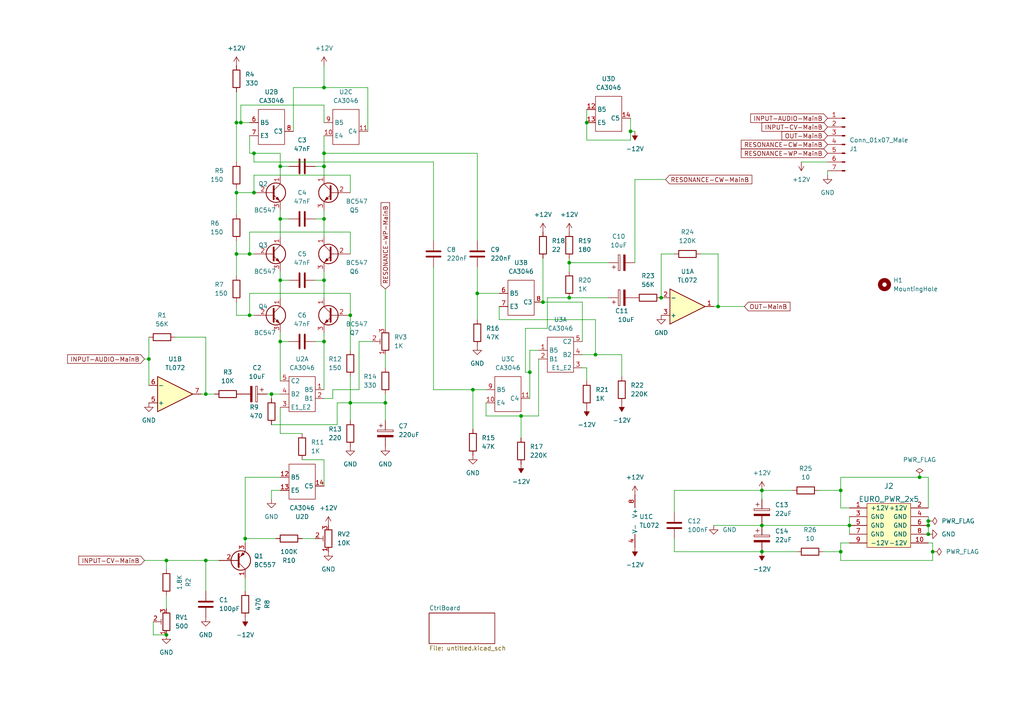
<source format=kicad_sch>
(kicad_sch (version 20211123) (generator eeschema)
  (paper "A4")
  (title_block (title "Moog-Filter Yusynth") (date "2023-03-19"))
  (lib_symbols
    (symbol "Amplifier_Operational:TL072" (pin_names (offset 0.127))
      (property "Reference" "U" (at 0 5.08 0))
      (property "Value" "TL072" (at 0 -5.08 0))
      (symbol "TL072_1_1"
        (polyline (pts (xy -5.08 5.08) (xy 5.08 0) (xy -5.08 -5.08) (xy -5.08 5.08)) (stroke (width 0.254)) (fill (type background)))
        (pin output line (at 7.62 0 180) (length 2.54) (name "~") (number "1"))
        (pin input line (at -7.62 -2.54 0) (length 2.54) (name "-") (number "2"))
        (pin input line (at -7.62 2.54 0) (length 2.54) (name "+") (number "3"))
      )
      (symbol "TL072_2_1"
        (polyline (pts (xy -5.08 5.08) (xy 5.08 0) (xy -5.08 -5.08) (xy -5.08 5.08)) (stroke (width 0.254)) (fill (type background)))
        (pin input line (at -7.62 2.54 0) (length 2.54) (name "+") (number "5"))
        (pin input line (at -7.62 -2.54 0) (length 2.54) (name "-") (number "6"))
        (pin output line (at 7.62 0 180) (length 2.54) (name "~") (number "7"))
      )
      (symbol "TL072_3_1"
        (pin power_in line (at -2.54 -7.62 90) (length 3.81) (name "V-") (number "4"))
        (pin power_in line (at -2.54 7.62 270) (length 3.81) (name "V+") (number "8"))
      )
    )
    (symbol "Connector:Conn_01x07_Male" (pin_names (offset 1.016) hide)
      (property "Reference" "J" (at 0 10.16 0))
      (property "Value" "Conn_01x07_Male" (at 0 -10.16 0))
      (symbol "Conn_01x07_Male_1_1"
        (polyline (pts (xy 1.27 -7.62) (xy 0.8636 -7.62)) (stroke (width 0.1524)))
        (polyline (pts (xy 1.27 -5.08) (xy 0.8636 -5.08)) (stroke (width 0.1524)))
        (polyline (pts (xy 1.27 -2.54) (xy 0.8636 -2.54)) (stroke (width 0.1524)))
        (polyline (pts (xy 1.27 0) (xy 0.8636 0)) (stroke (width 0.1524)))
        (polyline (pts (xy 1.27 2.54) (xy 0.8636 2.54)) (stroke (width 0.1524)))
        (polyline (pts (xy 1.27 5.08) (xy 0.8636 5.08)) (stroke (width 0.1524)))
        (polyline (pts (xy 1.27 7.62) (xy 0.8636 7.62)) (stroke (width 0.1524)))
        (rectangle (start 0.8636 -7.493) (end 0 -7.747) (stroke (width 0.1524)) (fill (type outline)))
        (rectangle (start 0.8636 -4.953) (end 0 -5.207) (stroke (width 0.1524)) (fill (type outline)))
        (rectangle (start 0.8636 -2.413) (end 0 -2.667) (stroke (width 0.1524)) (fill (type outline)))
        (rectangle (start 0.8636 0.127) (end 0 -0.127) (stroke (width 0.1524)) (fill (type outline)))
        (rectangle (start 0.8636 2.667) (end 0 2.413) (stroke (width 0.1524)) (fill (type outline)))
        (rectangle (start 0.8636 5.207) (end 0 4.953) (stroke (width 0.1524)) (fill (type outline)))
        (rectangle (start 0.8636 7.747) (end 0 7.493) (stroke (width 0.1524)) (fill (type outline)))
        (pin passive line (at 5.08 7.62 180) (length 3.81) (name "Pin_1") (number "1"))
        (pin passive line (at 5.08 5.08 180) (length 3.81) (name "Pin_2") (number "2"))
        (pin passive line (at 5.08 2.54 180) (length 3.81) (name "Pin_3") (number "3"))
        (pin passive line (at 5.08 0 180) (length 3.81) (name "Pin_4") (number "4"))
        (pin passive line (at 5.08 -2.54 180) (length 3.81) (name "Pin_5") (number "5"))
        (pin passive line (at 5.08 -5.08 180) (length 3.81) (name "Pin_6") (number "6"))
        (pin passive line (at 5.08 -7.62 180) (length 3.81) (name "Pin_7") (number "7"))
      )
    )
    (symbol "Device:C" (pin_numbers hide) (pin_names (offset 0.254))
      (property "Reference" "C" (at 0.635 2.54 0))
      (property "Value" "C" (at 0.635 -2.54 0))
      (symbol "C_0_1"
        (polyline (pts (xy -2.032 -0.762) (xy 2.032 -0.762)) (stroke (width 0.508)))
        (polyline (pts (xy -2.032 0.762) (xy 2.032 0.762)) (stroke (width 0.508)))
      )
      (symbol "C_1_1"
        (pin passive line (at 0 3.81 270) (length 2.794) (name "~") (number "1"))
        (pin passive line (at 0 -3.81 90) (length 2.794) (name "~") (number "2"))
      )
    )
    (symbol "Device:C_Polarized" (pin_numbers hide) (pin_names (offset 0.254))
      (property "Reference" "C" (at 0.635 2.54 0))
      (property "Value" "C_Polarized" (at 0.635 -2.54 0))
      (symbol "C_Polarized_0_1"
        (rectangle (start -2.286 0.508) (end 2.286 1.016))
        (polyline (pts (xy -1.778 2.286) (xy -0.762 2.286)))
        (polyline (pts (xy -1.27 2.794) (xy -1.27 1.778)))
        (rectangle (start 2.286 -0.508) (end -2.286 -1.016) (fill (type outline)))
      )
      (symbol "C_Polarized_1_1"
        (pin passive line (at 0 3.81 270) (length 2.794) (name "~") (number "1"))
        (pin passive line (at 0 -3.81 90) (length 2.794) (name "~") (number "2"))
      )
    )
    (symbol "Device:R" (pin_numbers hide) (pin_names (offset 0))
      (property "Reference" "R" (at 2.032 0 90))
      (property "Value" "R" (at 0 0 90))
      (symbol "R_0_1"
        (rectangle (start -1.016 -2.54) (end 1.016 2.54) (stroke (width 0.254)))
      )
      (symbol "R_1_1"
        (pin passive line (at 0 3.81 270) (length 1.27) (name "~") (number "1"))
        (pin passive line (at 0 -3.81 90) (length 1.27) (name "~") (number "2"))
      )
    )
    (symbol "Device:R_Potentiometer_Trim" (pin_names (offset 1.016) hide)
      (property "Reference" "RV" (at -4.445 0 90))
      (property "Value" "R_Potentiometer_Trim" (at -2.54 0 90))
      (symbol "R_Potentiometer_Trim_0_1"
        (polyline (pts (xy 1.524 0.762) (xy 1.524 -0.762)))
        (polyline (pts (xy 2.54 0) (xy 1.524 0)))
        (rectangle (start 1.016 2.54) (end -1.016 -2.54) (stroke (width 0.254)))
      )
      (symbol "R_Potentiometer_Trim_1_1"
        (pin passive line (at 0 3.81 270) (length 1.27) (name "1") (number "1"))
        (pin passive line (at 3.81 0 180) (length 1.27) (name "2") (number "2"))
        (pin passive line (at 0 -3.81 90) (length 1.27) (name "3") (number "3"))
      )
    )
    (symbol "Mechanical:MountingHole" (pin_names (offset 1.016))
      (property "Reference" "H" (at 0 5.08 0))
      (property "Value" "MountingHole" (at 0 3.175 0))
      (symbol "MountingHole_0_1"
        (circle (center 0 0) (radius 1.27) (stroke (width 1.27)))
      )
    )
    (symbol "Transistor_Array:CA3046"
      (property "Reference" "U" (at 0 10.16 0))
      (property "Value" "CA3046" (at 0 7.62 0))
      (symbol "CA3046_0_1"
        (rectangle (start -3.81 5.08) (end 3.81 -5.08))
      )
      (symbol "CA3046_1_1"
        (pin passive line (at -6.35 1.27 0) (length 2.54) (name "B5") (number "1"))
        (pin passive line (at -6.35 -1.27 0) (length 2.54) (name "B1") (number "2"))
        (pin passive line (at 6.35 -3.81 180) (length 2.54) (name "E1_E2") (number "3"))
        (pin passive line (at 6.35 0 180) (length 2.54) (name "B2") (number "4"))
        (pin passive line (at 6.35 3.81 180) (length 2.54) (name "C2") (number "5"))
      )
      (symbol "CA3046_2_1"
        (pin passive line (at -6.35 1.27 0) (length 2.54) (name "B5") (number "6"))
        (pin passive line (at -6.35 -2.54 0) (length 2.54) (name "E3") (number "7"))
        (pin passive line (at 6.35 -1.27 180) (length 2.54) (name "C3") (number "8"))
      )
      (symbol "CA3046_3_1"
        (pin passive line (at -6.35 -2.54 0) (length 2.54) (name "E4") (number "10"))
        (pin passive line (at 6.35 -1.27 180) (length 2.54) (name "C4") (number "11"))
        (pin passive line (at -6.35 1.27 0) (length 2.54) (name "B5") (number "9"))
      )
      (symbol "CA3046_4_1"
        (pin passive line (at -6.35 1.27 0) (length 2.54) (name "B5") (number "12"))
        (pin passive line (at -6.35 -2.54 0) (length 2.54) (name "E5") (number "13"))
        (pin passive line (at 6.35 -1.27 180) (length 2.54) (name "C5") (number "14"))
      )
    )
    (symbol "Transistor_BJT:BC547" (pin_names (offset 0) hide)
      (property "Reference" "Q" (at 5.08 1.905 0))
      (property "Value" "BC547" (at 5.08 0 0))
      (symbol "BC547_0_1"
        (polyline (pts (xy 0 0) (xy 0.635 0)))
        (polyline (pts (xy 0.635 0.635) (xy 2.54 2.54)))
        (polyline (pts (xy 0.635 -0.635) (xy 2.54 -2.54) (xy 2.54 -2.54)))
        (polyline (pts (xy 0.635 1.905) (xy 0.635 -1.905) (xy 0.635 -1.905)) (stroke (width 0.508)))
        (polyline (pts (xy 1.27 -1.778) (xy 1.778 -1.27) (xy 2.286 -2.286) (xy 1.27 -1.778) (xy 1.27 -1.778)) (fill (type outline)))
        (circle (center 1.27 0) (radius 2.8194) (stroke (width 0.254)))
      )
      (symbol "BC547_1_1"
        (pin passive line (at 2.54 5.08 270) (length 2.54) (name "C") (number "1"))
        (pin input line (at -5.08 0 0) (length 5.08) (name "B") (number "2"))
        (pin passive line (at 2.54 -5.08 90) (length 2.54) (name "E") (number "3"))
      )
    )
    (symbol "Transistor_BJT:BC557" (pin_names (offset 0) hide)
      (property "Reference" "Q" (at 5.08 1.905 0))
      (property "Value" "BC557" (at 5.08 0 0))
      (symbol "BC557_0_1"
        (polyline (pts (xy 0.635 0.635) (xy 2.54 2.54)))
        (polyline (pts (xy 0.635 -0.635) (xy 2.54 -2.54) (xy 2.54 -2.54)))
        (polyline (pts (xy 0.635 1.905) (xy 0.635 -1.905) (xy 0.635 -1.905)) (stroke (width 0.508)))
        (polyline (pts (xy 2.286 -1.778) (xy 1.778 -2.286) (xy 1.27 -1.27) (xy 2.286 -1.778) (xy 2.286 -1.778)) (fill (type outline)))
        (circle (center 1.27 0) (radius 2.8194) (stroke (width 0.254)))
      )
      (symbol "BC557_1_1"
        (pin passive line (at 2.54 5.08 270) (length 2.54) (name "C") (number "1"))
        (pin input line (at -5.08 0 0) (length 5.715) (name "B") (number "2"))
        (pin passive line (at 2.54 -5.08 90) (length 2.54) (name "E") (number "3"))
      )
    )
    (symbol "eurorack:EURO_PWR_2x5" (pin_names (offset 1.016))
      (property "Reference" "J" (at 0 -7.62 0))
      (property "Value" "EURO_PWR_2x5" (at 0 7.62 0))
      (symbol "EURO_PWR_2x5_0_1"
        (rectangle (start -6.35 6.35) (end 6.35 -6.35) (fill (type background)))
      )
      (symbol "EURO_PWR_2x5_1_1"
        (pin power_in line (at -11.43 5.08 0) (length 5.08) (name "+12V") (number "1"))
        (pin power_in line (at 11.43 -5.08 180) (length 5.08) (name "-12V") (number "10"))
        (pin power_in line (at 11.43 5.08 180) (length 5.08) (name "+12V") (number "2"))
        (pin power_in line (at -11.43 2.54 0) (length 5.08) (name "GND") (number "3"))
        (pin power_in line (at 11.43 2.54 180) (length 5.08) (name "GND") (number "4"))
        (pin power_in line (at -11.43 0 0) (length 5.08) (name "GND") (number "5"))
        (pin power_in line (at 11.43 0 180) (length 5.08) (name "GND") (number "6"))
        (pin power_in line (at -11.43 -2.54 0) (length 5.08) (name "GND") (number "7"))
        (pin power_in line (at 11.43 -2.54 180) (length 5.08) (name "GND") (number "8"))
        (pin power_in line (at -11.43 -5.08 0) (length 5.08) (name "-12V") (number "9"))
      )
    )
    (symbol "power:+12V" (power) (pin_names (offset 0))
      (property "Value" "+12V" (at 0 3.556 0))
      (symbol "+12V_0_1"
        (polyline (pts (xy -0.762 1.27) (xy 0 2.54)))
        (polyline (pts (xy 0 0) (xy 0 2.54)))
        (polyline (pts (xy 0 2.54) (xy 0.762 1.27)))
      )
      (symbol "+12V_1_1"
        (pin power_in line (at 0 0 90) (length 0) hide (name "+12V") (number "1"))
      )
    )
    (symbol "power:-12V" (power) (pin_names (offset 0))
      (property "Value" "-12V" (at 0 3.81 0))
      (symbol "-12V_0_0"
        (pin power_in line (at 0 0 90) (length 0) hide (name "-12V") (number "1"))
      )
      (symbol "-12V_0_1"
        (polyline (pts (xy 0 0) (xy 0 1.27) (xy 0.762 1.27) (xy 0 2.54) (xy -0.762 1.27) (xy 0 1.27)) (fill (type outline)))
      )
    )
    (symbol "power:GND" (power) (pin_names (offset 0))
      (property "Value" "GND" (at 0 -3.81 0))
      (symbol "GND_0_1"
        (polyline (pts (xy 0 0) (xy 0 -1.27) (xy 1.27 -1.27) (xy 0 -2.54) (xy -1.27 -1.27) (xy 0 -1.27)))
      )
      (symbol "GND_1_1"
        (pin power_in line (at 0 0 270) (length 0) hide (name "GND") (number "1"))
      )
    )
    (symbol "power:PWR_FLAG" (power) (pin_numbers hide) (pin_names (offset 0) hide)
      (property "Value" "PWR_FLAG" (at 0 3.81 0))
      (symbol "PWR_FLAG_0_0"
        (pin power_out line (at 0 0 90) (length 0) (name "pwr") (number "1"))
      )
      (symbol "PWR_FLAG_0_1"
        (polyline (pts (xy 0 0) (xy 0 1.27) (xy -1.016 1.905) (xy 0 2.54) (xy 1.016 1.905) (xy 0 1.27)))
      )
    )
  )
  (junction (at 220.98 160.02))
  (junction (at 48.26 184.15))
  (junction (at 93.98 63.5))
  (junction (at 93.98 48.26))
  (junction (at 243.84 160.02))
  (junction (at 208.28 88.9))
  (junction (at 59.69 114.3))
  (junction (at 157.48 87.63))
  (junction (at 243.84 142.24))
  (junction (at 69.85 35.56))
  (junction (at 246.38 152.4))
  (junction (at 93.98 25.4))
  (junction (at 269.24 151.13))
  (junction (at 68.58 55.88))
  (junction (at 165.1 86.36))
  (junction (at 151.13 120.65))
  (junction (at 269.24 152.4))
  (junction (at 72.39 91.44))
  (junction (at 182.88 38.1))
  (junction (at 170.18 35.56))
  (junction (at 172.72 102.87))
  (junction (at 48.26 162.56))
  (junction (at 220.98 142.24))
  (junction (at 81.28 81.28))
  (junction (at 165.1 76.2))
  (junction (at 93.98 44.45))
  (junction (at 43.18 104.14))
  (junction (at 153.67 107.95))
  (junction (at 71.12 156.21))
  (junction (at 81.28 99.06))
  (junction (at 81.28 48.26))
  (junction (at 73.66 55.88))
  (junction (at 59.69 162.56))
  (junction (at 101.6 91.44))
  (junction (at 93.98 99.06))
  (junction (at 93.98 81.28))
  (junction (at 269.24 154.94))
  (junction (at 68.58 35.56))
  (junction (at 137.16 113.03))
  (junction (at 270.51 160.02))
  (junction (at 81.28 63.5))
  (junction (at 266.7 138.43))
  (junction (at 72.39 73.66))
  (junction (at 138.43 85.09))
  (junction (at 191.77 86.36))
  (junction (at 111.76 116.84))
  (junction (at 73.66 44.45))
  (junction (at 220.98 152.4))
  (junction (at 78.74 114.3))
  (junction (at 101.6 116.84))
  (junction (at 68.58 73.66))
  (wire (pts (xy 269.24 138.43) (xy 269.24 147.32)))
  (wire (pts (xy 93.98 99.06) (xy 93.98 113.03)))
  (wire (pts (xy 269.24 157.48) (xy 270.51 157.48)))
  (wire (pts (xy 72.39 85.09) (xy 101.6 85.09)))
  (wire (pts (xy 125.73 113.03) (xy 137.16 113.03)))
  (wire (pts (xy 269.24 149.86) (xy 269.24 151.13)))
  (wire (pts (xy 165.1 86.36) (xy 176.53 86.36)))
  (wire (pts (xy 153.67 101.6) (xy 153.67 107.95)))
  (wire (pts (xy 111.76 102.87) (xy 111.76 106.68)))
  (wire (pts (xy 101.6 91.44) (xy 101.6 101.6)))
  (wire (pts (xy 73.66 50.8) (xy 73.66 55.88)))
  (wire (pts (xy 73.66 50.8) (xy 101.6 50.8)))
  (wire (pts (xy 68.58 35.56) (xy 68.58 46.99)))
  (wire (pts (xy 107.95 99.06) (xy 104.14 99.06)))
  (wire (pts (xy 93.98 60.96) (xy 93.98 63.5)))
  (wire (pts (xy 207.01 152.4) (xy 220.98 152.4)))
  (wire (pts (xy 111.76 114.3) (xy 111.76 116.84)))
  (wire (pts (xy 156.21 120.65) (xy 151.13 120.65)))
  (wire (pts (xy 68.58 73.66) (xy 68.58 80.01)))
  (wire (pts (xy 81.28 142.24) (xy 78.74 142.24)))
  (wire (pts (xy 246.38 157.48) (xy 243.84 157.48)))
  (wire (pts (xy 71.12 156.21) (xy 71.12 157.48)))
  (wire (pts (xy 81.28 63.5) (xy 81.28 68.58)))
  (wire (pts (xy 101.6 85.09) (xy 101.6 91.44)))
  (wire (pts (xy 48.26 172.72) (xy 48.26 176.53)))
  (wire (pts (xy 93.98 25.4) (xy 106.68 25.4)))
  (wire (pts (xy 240.03 49.53) (xy 240.03 50.8)))
  (wire (pts (xy 93.98 44.45) (xy 138.43 44.45)))
  (wire (pts (xy 44.45 180.34) (xy 44.45 184.15)))
  (wire (pts (xy 81.28 63.5) (xy 83.82 63.5)))
  (wire (pts (xy 93.98 81.28) (xy 93.98 86.36)))
  (wire (pts (xy 165.1 86.36) (xy 158.75 86.36)))
  (wire (pts (xy 193.04 52.07) (xy 184.15 52.07)))
  (wire (pts (xy 68.58 35.56) (xy 69.85 35.56)))
  (wire (pts (xy 93.98 133.35) (xy 93.98 140.97)))
  (wire (pts (xy 77.47 114.3) (xy 78.74 114.3)))
  (wire (pts (xy 81.28 81.28) (xy 83.82 81.28)))
  (wire (pts (xy 93.98 115.57) (xy 96.52 115.57)))
  (wire (pts (xy 106.68 25.4) (xy 106.68 38.1)))
  (wire (pts (xy 81.28 81.28) (xy 81.28 86.36)))
  (wire (pts (xy 69.85 30.48) (xy 93.98 30.48)))
  (wire (pts (xy 125.73 46.99) (xy 73.66 46.99)))
  (wire (pts (xy 246.38 149.86) (xy 246.38 152.4)))
  (wire (pts (xy 101.6 55.88) (xy 101.6 50.8)))
  (wire (pts (xy 156.21 101.6) (xy 153.67 101.6)))
  (wire (pts (xy 81.28 96.52) (xy 81.28 99.06)))
  (wire (pts (xy 168.91 99.06) (xy 168.91 87.63)))
  (wire (pts (xy 220.98 160.02) (xy 231.14 160.02)))
  (wire (pts (xy 243.84 160.02) (xy 243.84 162.56)))
  (wire (pts (xy 72.39 39.37) (xy 72.39 44.45)))
  (wire (pts (xy 68.58 69.85) (xy 68.58 73.66)))
  (wire (pts (xy 138.43 44.45) (xy 138.43 69.85)))
  (wire (pts (xy 93.98 48.26) (xy 93.98 50.8)))
  (wire (pts (xy 172.72 102.87) (xy 172.72 92.71)))
  (wire (pts (xy 180.34 102.87) (xy 172.72 102.87)))
  (wire (pts (xy 78.74 142.24) (xy 78.74 144.78)))
  (wire (pts (xy 93.98 39.37) (xy 93.98 44.45)))
  (wire (pts (xy 59.69 162.56) (xy 63.5 162.56)))
  (wire (pts (xy 152.4 95.25) (xy 152.4 107.95)))
  (wire (pts (xy 182.88 40.64) (xy 170.18 40.64)))
  (wire (pts (xy 270.51 160.02) (xy 270.51 157.48)))
  (wire (pts (xy 73.66 55.88) (xy 68.58 55.88)))
  (wire (pts (xy 81.28 44.45) (xy 81.28 48.26)))
  (wire (pts (xy 81.28 99.06) (xy 83.82 99.06)))
  (wire (pts (xy 104.14 99.06) (xy 104.14 113.03)))
  (wire (pts (xy 68.58 87.63) (xy 68.58 91.44)))
  (wire (pts (xy 81.28 48.26) (xy 83.82 48.26)))
  (wire (pts (xy 91.44 81.28) (xy 93.98 81.28)))
  (wire (pts (xy 152.4 107.95) (xy 153.67 107.95)))
  (wire (pts (xy 87.63 133.35) (xy 93.98 133.35)))
  (wire (pts (xy 246.38 147.32) (xy 243.84 147.32)))
  (wire (pts (xy 182.88 34.29) (xy 182.88 38.1)))
  (wire (pts (xy 93.98 19.05) (xy 93.98 25.4)))
  (wire (pts (xy 182.88 38.1) (xy 182.88 40.64)))
  (wire (pts (xy 170.18 31.75) (xy 170.18 35.56)))
  (wire (pts (xy 85.09 25.4) (xy 85.09 38.1)))
  (wire (pts (xy 72.39 91.44) (xy 72.39 85.09)))
  (wire (pts (xy 41.91 162.56) (xy 48.26 162.56)))
  (wire (pts (xy 151.13 127) (xy 151.13 120.65)))
  (wire (pts (xy 153.67 107.95) (xy 153.67 115.57)))
  (wire (pts (xy 81.28 50.8) (xy 81.28 48.26)))
  (wire (pts (xy 50.8 97.79) (xy 59.69 97.79)))
  (wire (pts (xy 101.6 109.22) (xy 101.6 116.84)))
  (wire (pts (xy 81.28 99.06) (xy 81.28 110.49)))
  (wire (pts (xy 81.28 60.96) (xy 81.28 63.5)))
  (wire (pts (xy 243.84 162.56) (xy 270.51 162.56)))
  (wire (pts (xy 170.18 106.68) (xy 170.18 110.49)))
  (wire (pts (xy 269.24 151.13) (xy 269.24 152.4)))
  (wire (pts (xy 59.69 97.79) (xy 59.69 114.3)))
  (wire (pts (xy 101.6 67.31) (xy 72.39 67.31)))
  (wire (pts (xy 93.98 63.5) (xy 93.98 68.58)))
  (wire (pts (xy 93.98 78.74) (xy 93.98 81.28)))
  (wire (pts (xy 232.41 46.99) (xy 240.03 46.99)))
  (wire (pts (xy 48.26 162.56) (xy 59.69 162.56)))
  (wire (pts (xy 137.16 113.03) (xy 137.16 124.46)))
  (wire (pts (xy 270.51 162.56) (xy 270.51 160.02)))
  (wire (pts (xy 195.58 156.21) (xy 195.58 160.02)))
  (wire (pts (xy 71.12 138.43) (xy 71.12 156.21)))
  (wire (pts (xy 91.44 99.06) (xy 93.98 99.06)))
  (wire (pts (xy 101.6 116.84) (xy 111.76 116.84)))
  (wire (pts (xy 238.76 160.02) (xy 243.84 160.02)))
  (wire (pts (xy 266.7 138.43) (xy 269.24 138.43)))
  (wire (pts (xy 165.1 76.2) (xy 165.1 78.74)))
  (wire (pts (xy 237.49 142.24) (xy 243.84 142.24)))
  (wire (pts (xy 140.97 113.03) (xy 137.16 113.03)))
  (wire (pts (xy 93.98 44.45) (xy 93.98 48.26)))
  (wire (pts (xy 93.98 30.48) (xy 93.98 35.56)))
  (wire (pts (xy 69.85 30.48) (xy 69.85 35.56)))
  (wire (pts (xy 140.97 116.84) (xy 140.97 120.65)))
  (wire (pts (xy 195.58 160.02) (xy 220.98 160.02)))
  (wire (pts (xy 43.18 104.14) (xy 41.91 104.14)))
  (wire (pts (xy 165.1 76.2) (xy 176.53 76.2)))
  (wire (pts (xy 91.44 48.26) (xy 93.98 48.26)))
  (wire (pts (xy 168.91 87.63) (xy 157.48 87.63)))
  (wire (pts (xy 69.85 35.56) (xy 72.39 35.56)))
  (wire (pts (xy 71.12 156.21) (xy 80.01 156.21)))
  (wire (pts (xy 269.24 152.4) (xy 269.24 154.94)))
  (wire (pts (xy 81.28 78.74) (xy 81.28 81.28)))
  (wire (pts (xy 43.18 97.79) (xy 43.18 104.14)))
  (wire (pts (xy 182.88 38.1) (xy 184.15 38.1)))
  (wire (pts (xy 243.84 138.43) (xy 266.7 138.43)))
  (wire (pts (xy 158.75 95.25) (xy 152.4 95.25)))
  (wire (pts (xy 125.73 69.85) (xy 125.73 46.99)))
  (wire (pts (xy 180.34 109.22) (xy 180.34 102.87)))
  (wire (pts (xy 195.58 73.66) (xy 191.77 73.66)))
  (wire (pts (xy 220.98 144.78) (xy 220.98 142.24)))
  (wire (pts (xy 195.58 142.24) (xy 220.98 142.24)))
  (wire (pts (xy 72.39 73.66) (xy 73.66 73.66)))
  (wire (pts (xy 59.69 114.3) (xy 62.23 114.3)))
  (wire (pts (xy 68.58 54.61) (xy 68.58 55.88)))
  (wire (pts (xy 91.44 63.5) (xy 93.98 63.5)))
  (wire (pts (xy 81.28 138.43) (xy 71.12 138.43)))
  (wire (pts (xy 44.45 184.15) (xy 48.26 184.15)))
  (wire (pts (xy 81.28 125.73) (xy 87.63 125.73)))
  (wire (pts (xy 168.91 106.68) (xy 170.18 106.68)))
  (wire (pts (xy 195.58 148.59) (xy 195.58 142.24)))
  (wire (pts (xy 208.28 88.9) (xy 207.01 88.9)))
  (wire (pts (xy 73.66 46.99) (xy 73.66 44.45)))
  (wire (pts (xy 170.18 35.56) (xy 170.18 40.64)))
  (wire (pts (xy 191.77 73.66) (xy 191.77 86.36)))
  (wire (pts (xy 73.66 44.45) (xy 81.28 44.45)))
  (wire (pts (xy 246.38 152.4) (xy 246.38 154.94)))
  (wire (pts (xy 71.12 167.64) (xy 71.12 171.45)))
  (wire (pts (xy 172.72 92.71) (xy 144.78 92.71)))
  (wire (pts (xy 158.75 86.36) (xy 158.75 95.25)))
  (wire (pts (xy 111.76 83.82) (xy 111.76 95.25)))
  (wire (pts (xy 104.14 113.03) (xy 96.52 113.03)))
  (wire (pts (xy 101.6 73.66) (xy 101.6 67.31)))
  (wire (pts (xy 78.74 114.3) (xy 78.74 115.57)))
  (wire (pts (xy 97.79 123.19) (xy 97.79 116.84)))
  (wire (pts (xy 72.39 91.44) (xy 68.58 91.44)))
  (wire (pts (xy 243.84 142.24) (xy 243.84 147.32)))
  (wire (pts (xy 101.6 116.84) (xy 101.6 121.92)))
  (wire (pts (xy 68.58 73.66) (xy 72.39 73.66)))
  (wire (pts (xy 184.15 52.07) (xy 184.15 76.2)))
  (wire (pts (xy 208.28 88.9) (xy 215.9 88.9)))
  (wire (pts (xy 243.84 138.43) (xy 243.84 142.24)))
  (wire (pts (xy 243.84 157.48) (xy 243.84 160.02)))
  (wire (pts (xy 78.74 123.19) (xy 97.79 123.19)))
  (wire (pts (xy 48.26 162.56) (xy 48.26 165.1)))
  (wire (pts (xy 138.43 85.09) (xy 138.43 92.71)))
  (wire (pts (xy 125.73 77.47) (xy 125.73 113.03)))
  (wire (pts (xy 59.69 162.56) (xy 59.69 171.45)))
  (wire (pts (xy 72.39 44.45) (xy 73.66 44.45)))
  (wire (pts (xy 96.52 113.03) (xy 96.52 115.57)))
  (wire (pts (xy 93.98 96.52) (xy 93.98 99.06)))
  (wire (pts (xy 156.21 104.14) (xy 156.21 120.65)))
  (wire (pts (xy 203.2 73.66) (xy 208.28 73.66)))
  (wire (pts (xy 78.74 114.3) (xy 81.28 114.3)))
  (wire (pts (xy 59.69 114.3) (xy 58.42 114.3)))
  (wire (pts (xy 220.98 152.4) (xy 246.38 152.4)))
  (wire (pts (xy 85.09 25.4) (xy 93.98 25.4)))
  (wire (pts (xy 138.43 85.09) (xy 144.78 85.09)))
  (wire (pts (xy 168.91 102.87) (xy 172.72 102.87)))
  (wire (pts (xy 73.66 91.44) (xy 72.39 91.44)))
  (wire (pts (xy 151.13 120.65) (xy 140.97 120.65)))
  (wire (pts (xy 72.39 67.31) (xy 72.39 73.66)))
  (wire (pts (xy 111.76 116.84) (xy 111.76 121.92)))
  (wire (pts (xy 68.58 26.67) (xy 68.58 35.56)))
  (wire (pts (xy 144.78 92.71) (xy 144.78 88.9)))
  (wire (pts (xy 138.43 77.47) (xy 138.43 85.09)))
  (wire (pts (xy 68.58 55.88) (xy 68.58 62.23)))
  (wire (pts (xy 81.28 118.11) (xy 81.28 125.73)))
  (wire (pts (xy 208.28 73.66) (xy 208.28 88.9)))
  (wire (pts (xy 97.79 116.84) (xy 101.6 116.84)))
  (wire (pts (xy 43.18 104.14) (xy 43.18 111.76)))
  (wire (pts (xy 91.44 156.21) (xy 87.63 156.21)))
  (wire (pts (xy 157.48 87.63) (xy 157.48 74.93)))
  (wire (pts (xy 165.1 74.93) (xy 165.1 76.2)))
  (wire (pts (xy 220.98 142.24) (xy 229.87 142.24)))
  (global_label "INPUT-CV-MainB" (shape input) (at 41.91 162.56 180) (property "Références Inter-Feuilles" "${INTERSHEET_REFS}" (effects hide)))
  (global_label "RESONANCE-WP-MainB" (shape input) (at 240.03 44.45 180) (property "Références Inter-Feuilles" "${INTERSHEET_REFS}" (effects hide)))
  (global_label "INPUT-CV-MainB" (shape input) (at 240.03 36.83 180) (property "Références Inter-Feuilles" "${INTERSHEET_REFS}" (effects hide)))
  (global_label "RESONANCE-WP-MainB" (shape input) (at 111.76 83.82 90) (property "Références Inter-Feuilles" "${INTERSHEET_REFS}" (effects hide)))
  (global_label "RESONANCE-CW-MainB" (shape input) (at 193.04 52.07 0) (property "Références Inter-Feuilles" "${INTERSHEET_REFS}" (effects hide)))
  (global_label "RESONANCE-CW-MainB" (shape input) (at 240.03 41.91 180) (property "Références Inter-Feuilles" "${INTERSHEET_REFS}" (effects hide)))
  (global_label "OUT-MainB" (shape input) (at 215.9 88.9 0) (property "Références Inter-Feuilles" "${INTERSHEET_REFS}" (effects hide)))
  (global_label "OUT-MainB" (shape input) (at 240.03 39.37 180) (property "Références Inter-Feuilles" "${INTERSHEET_REFS}" (effects hide)))
  (global_label "INPUT-AUDIO-MainB" (shape input) (at 240.03 34.29 180) (property "Références Inter-Feuilles" "${INTERSHEET_REFS}" (effects hide)))
  (global_label "INPUT-AUDIO-MainB" (shape input) (at 41.91 104.14 180) (property "Références Inter-Feuilles" "${INTERSHEET_REFS}" (effects hide)))
  (symbol (lib_id "power:GND") (at 191.77 91.44 0) (unit 1)
    (property "Reference" "#PWR021" (effects hide))
    (property "Value" "GND" (at 191.77 96.52 0))
  )
  (symbol (lib_id "Transistor_BJT:BC547") (at 78.74 91.44 0) (unit 1)
    (property "Reference" "Q4" (at 74.93 88.9 0) (effects (justify left)))
    (property "Value" "BC547" (at 73.66 96.52 0) (effects (justify left)))
    (property "Footprint" "Package_TO_SOT_THT:TO-92_HandSolder" (effects hide))
    (property "Datasheet" "https://www.onsemi.com/pub/Collateral/BC550-D.pdf" (effects hide))
  )
  (symbol (lib_id "Device:R") (at 68.58 66.04 0) (unit 1)
    (property "Reference" "R6" (at 60.96 64.77 0) (effects (justify left)))
    (property "Value" "150" (at 60.96 67.31 0) (effects (justify left)))
    (property "Footprint" "Resistor_THT:R_Axial_DIN0207_L6.3mm_D2.5mm_P2.54mm_Vertical" (effects hide))
  )
  (symbol (lib_id "Transistor_Array:CA3046") (at 87.63 139.7 0) (unit 4)
    (property "Reference" "U2" (at 87.63 149.86 0))
    (property "Value" "CA3046" (at 87.63 147.32 0))
    (property "Footprint" "Package_DIP:DIP-14_W7.62mm_LongPads" (effects hide))
  )
  (symbol (lib_id "power:GND") (at 48.26 184.15 0) (unit 1)
    (property "Reference" "#PWR02" (effects hide))
    (property "Value" "GND" (at 48.26 189.23 0))
  )
  (symbol (lib_id "power:PWR_FLAG") (at 269.24 151.13 270) (unit 1)
    (property "Reference" "#FLG02" (effects hide))
    (property "Value" "PWR_FLAG" (at 273.05 151.1299 90) (effects (justify left)))
  )
  (symbol (lib_id "Mechanical:MountingHole") (at 256.54 82.55 0) (unit 1)
    (property "Reference" "H1" (at 259.08 81.2799 0) (effects (justify left)))
    (property "Value" "MountingHole" (at 259.08 83.8199 0) (effects (justify left)))
    (property "Footprint" "MountingHole:MountingHole_3.2mm_M3" (effects hide))
  )
  (symbol (lib_id "power:GND") (at 78.74 144.78 0) (unit 1)
    (property "Reference" "#PWR06" (effects hide))
    (property "Value" "GND" (at 78.74 149.86 0))
  )
  (symbol (lib_id "power:+12V") (at 184.15 143.51 0) (unit 1)
    (property "Reference" "#PWR019" (effects hide))
    (property "Value" "+12V" (at 184.15 138.43 0))
  )
  (symbol (lib_id "Device:C") (at 87.63 48.26 90) (unit 1)
    (property "Reference" "C3" (at 87.63 40.64 90))
    (property "Value" "47nF" (at 87.63 43.18 90))
    (property "Footprint" "Capacitor_THT:C_Rect_L7.0mm_W3.5mm_P5.00mm" (effects hide))
  )
  (symbol (lib_id "Device:R") (at 170.18 114.3 0) (unit 1)
    (property "Reference" "R21" (at 172.72 113.0299 0) (effects (justify left)))
    (property "Value" "1K" (at 172.72 115.5699 0) (effects (justify left)))
    (property "Footprint" "Resistor_THT:R_Axial_DIN0207_L6.3mm_D2.5mm_P2.54mm_Vertical" (effects hide))
  )
  (symbol (lib_id "power:-12V") (at 184.15 158.75 180) (unit 1)
    (property "Reference" "#PWR020" (effects hide))
    (property "Value" "-12V" (at 184.15 163.83 0))
  )
  (symbol (lib_id "Device:R") (at 180.34 113.03 0) (unit 1)
    (property "Reference" "R22" (at 182.88 111.7599 0) (effects (justify left)))
    (property "Value" "220K" (at 182.88 114.2999 0) (effects (justify left)))
    (property "Footprint" "Resistor_THT:R_Axial_DIN0207_L6.3mm_D2.5mm_P2.54mm_Vertical" (effects hide))
  )
  (symbol (lib_id "Transistor_BJT:BC547") (at 78.74 55.88 0) (unit 1)
    (property "Reference" "Q2" (at 74.93 53.34 0) (effects (justify left)))
    (property "Value" "BC547" (at 73.66 60.96 0) (effects (justify left)))
    (property "Footprint" "Package_TO_SOT_THT:TO-92_HandSolder" (effects hide))
    (property "Datasheet" "https://www.onsemi.com/pub/Collateral/BC550-D.pdf" (effects hide))
  )
  (symbol (lib_id "power:GND") (at 111.76 129.54 0) (unit 1)
    (property "Reference" "#PWR011" (effects hide))
    (property "Value" "GND" (at 111.76 134.62 0))
  )
  (symbol (lib_id "power:+12V") (at 68.58 19.05 0) (unit 1)
    (property "Reference" "#PWR04" (effects hide))
    (property "Value" "+12V" (at 68.58 13.97 0))
  )
  (symbol (lib_id "Transistor_Array:CA3046") (at 151.13 86.36 0) (unit 2)
    (property "Reference" "U3" (at 151.13 76.2 0))
    (property "Value" "CA3046" (at 151.13 78.74 0))
    (property "Footprint" "Package_DIP:DIP-14_W7.62mm_LongPads" (effects hide))
  )
  (symbol (lib_id "Device:C_Polarized") (at 180.34 76.2 90) (unit 1)
    (property "Reference" "C10" (at 179.451 68.58 90))
    (property "Value" "10uF" (at 179.451 71.12 90))
    (property "Footprint" "Capacitor_THT:CP_Radial_D5.0mm_P2.00mm" (effects hide))
  )
  (symbol (lib_id "Device:C_Polarized") (at 220.98 148.59 0) (unit 1)
    (property "Reference" "C13" (at 224.79 146.4309 0) (effects (justify left)))
    (property "Value" "22uF" (at 224.79 148.9709 0) (effects (justify left)))
    (property "Footprint" "Capacitor_THT:CP_Radial_D5.0mm_P2.00mm" (effects hide))
  )
  (symbol (lib_id "Device:C") (at 195.58 152.4 0) (unit 1)
    (property "Reference" "C12" (at 199.39 151.1299 0) (effects (justify left)))
    (property "Value" "100nF" (at 199.39 153.6699 0) (effects (justify left)))
    (property "Footprint" "Capacitor_THT:C_Rect_L7.0mm_W3.5mm_P5.00mm" (effects hide))
  )
  (symbol (lib_id "power:+12V") (at 232.41 46.99 180) (unit 1)
    (property "Reference" "#PWR025" (effects hide))
    (property "Value" "+12V" (at 232.41 52.07 0))
  )
  (symbol (lib_id "Device:R") (at 101.6 105.41 0) (unit 1)
    (property "Reference" "R12" (at 95.25 104.14 0) (effects (justify left)))
    (property "Value" "150" (at 95.25 106.68 0) (effects (justify left)))
    (property "Footprint" "Resistor_THT:R_Axial_DIN0207_L6.3mm_D2.5mm_P2.54mm_Vertical" (effects hide))
  )
  (symbol (lib_id "Device:C_Polarized") (at 73.66 114.3 270) (unit 1)
    (property "Reference" "C2" (at 74.549 106.68 90))
    (property "Value" "10uF" (at 74.549 109.22 90))
    (property "Footprint" "Capacitor_THT:CP_Radial_D5.0mm_P2.00mm" (effects hide))
  )
  (symbol (lib_id "Device:C_Polarized") (at 220.98 156.21 0) (unit 1)
    (property "Reference" "C14" (at 224.79 154.0509 0) (effects (justify left)))
    (property "Value" "22uF" (at 224.79 156.5909 0) (effects (justify left)))
    (property "Footprint" "Capacitor_THT:CP_Radial_D5.0mm_P2.00mm" (effects hide))
  )
  (symbol (lib_id "Device:R") (at 157.48 71.12 0) (unit 1)
    (property "Reference" "R18" (at 160.02 69.8499 0) (effects (justify left)))
    (property "Value" "22" (at 160.02 72.3899 0) (effects (justify left)))
    (property "Footprint" "Resistor_THT:R_Axial_DIN0207_L6.3mm_D2.5mm_P2.54mm_Vertical" (effects hide))
  )
  (symbol (lib_id "Amplifier_Operational:TL072") (at 186.69 151.13 0) (unit 3)
    (property "Reference" "U1" (at 185.42 149.8599 0) (effects (justify left)))
    (property "Value" "TL072" (at 185.42 152.3999 0) (effects (justify left)))
    (property "Footprint" "Package_DIP:DIP-8_W7.62mm_LongPads" (effects hide))
    (property "Datasheet" "http://www.ti.com/lit/ds/symlink/tl071.pdf" (effects hide))
  )
  (symbol (lib_id "Device:R_Potentiometer_Trim") (at 111.76 99.06 180) (unit 1)
    (property "Reference" "RV3" (at 114.3 97.7899 0) (effects (justify right)))
    (property "Value" "1K" (at 114.3 100.3299 0) (effects (justify right)))
    (property "Footprint" "Potentiometer_THT:Potentiometer_Bourns_3296W_Vertical" (effects hide))
  )
  (symbol (lib_id "Device:R") (at 83.82 156.21 270) (mirror x) (unit 1)
    (property "Reference" "R10" (at 83.82 162.56 90))
    (property "Value" "100K" (at 83.82 160.02 90))
    (property "Footprint" "Resistor_THT:R_Axial_DIN0207_L6.3mm_D2.5mm_P2.54mm_Vertical" (effects hide))
  )
  (symbol (lib_id "power:PWR_FLAG") (at 266.7 138.43 0) (unit 1)
    (property "Reference" "#FLG01" (effects hide))
    (property "Value" "PWR_FLAG" (at 266.7 133.35 0))
  )
  (symbol (lib_id "Device:R") (at 137.16 128.27 0) (unit 1)
    (property "Reference" "R15" (at 139.7 126.9999 0) (effects (justify left)))
    (property "Value" "47K" (at 139.7 129.5399 0) (effects (justify left)))
    (property "Footprint" "Resistor_THT:R_Axial_DIN0207_L6.3mm_D2.5mm_P2.54mm_Vertical" (effects hide))
  )
  (symbol (lib_id "Device:R") (at 101.6 125.73 0) (unit 1)
    (property "Reference" "R13" (at 95.25 124.46 0) (effects (justify left)))
    (property "Value" "220" (at 95.25 127 0) (effects (justify left)))
    (property "Footprint" "Resistor_THT:R_Axial_DIN0207_L6.3mm_D2.5mm_P2.54mm_Vertical" (effects hide))
  )
  (symbol (lib_id "Device:R") (at 68.58 22.86 0) (unit 1)
    (property "Reference" "R4" (at 71.12 21.5899 0) (effects (justify left)))
    (property "Value" "330" (at 71.12 24.1299 0) (effects (justify left)))
    (property "Footprint" "Resistor_THT:R_Axial_DIN0207_L6.3mm_D2.5mm_P2.54mm_Vertical" (effects hide))
  )
  (symbol (lib_id "power:PWR_FLAG") (at 270.51 160.02 270) (unit 1)
    (property "Reference" "#FLG03" (effects hide))
    (property "Value" "PWR_FLAG" (at 274.32 160.0199 90) (effects (justify left)))
  )
  (symbol (lib_id "Device:R") (at 78.74 119.38 0) (unit 1)
    (property "Reference" "R9" (at 72.39 118.11 0) (effects (justify left)))
    (property "Value" "470" (at 72.39 120.65 0) (effects (justify left)))
    (property "Footprint" "Resistor_THT:R_Axial_DIN0207_L6.3mm_D2.5mm_P2.54mm_Vertical" (effects hide))
  )
  (symbol (lib_id "Device:R_Potentiometer_Trim") (at 95.25 156.21 180) (unit 1)
    (property "Reference" "RV2" (at 97.79 154.9399 0) (effects (justify right)))
    (property "Value" "10K" (at 97.79 157.4799 0) (effects (justify right)))
    (property "Footprint" "Potentiometer_THT:Potentiometer_Bourns_3296W_Vertical" (effects hide))
  )
  (symbol (lib_id "Device:R") (at 46.99 97.79 90) (unit 1)
    (property "Reference" "R1" (at 46.99 91.44 90))
    (property "Value" "56K" (at 46.99 93.98 90))
    (property "Footprint" "Resistor_THT:R_Axial_DIN0207_L6.3mm_D2.5mm_P2.54mm_Vertical" (effects hide))
  )
  (symbol (lib_id "power:GND") (at 43.18 116.84 0) (unit 1)
    (property "Reference" "#PWR01" (effects hide))
    (property "Value" "GND" (at 43.18 121.92 0))
  )
  (symbol (lib_id "Device:R") (at 187.96 86.36 90) (unit 1)
    (property "Reference" "R23" (at 187.96 80.01 90))
    (property "Value" "56K" (at 187.96 82.55 90))
    (property "Footprint" "Resistor_THT:R_Axial_DIN0207_L6.3mm_D2.5mm_P2.54mm_Vertical" (effects hide))
  )
  (symbol (lib_id "power:-12V") (at 220.98 160.02 180) (unit 1)
    (property "Reference" "#PWR024" (effects hide))
    (property "Value" "-12V" (at 220.98 165.1 0))
  )
  (symbol (lib_id "Transistor_BJT:BC547") (at 78.74 73.66 0) (unit 1)
    (property "Reference" "Q3" (at 74.93 71.12 0) (effects (justify left)))
    (property "Value" "BC547" (at 73.66 78.74 0) (effects (justify left)))
    (property "Footprint" "Package_TO_SOT_THT:TO-92_HandSolder" (effects hide))
    (property "Datasheet" "https://www.onsemi.com/pub/Collateral/BC550-D.pdf" (effects hide))
  )
  (symbol (lib_id "power:GND") (at 137.16 132.08 0) (unit 1)
    (property "Reference" "#PWR012" (effects hide))
    (property "Value" "GND" (at 137.16 137.16 0))
  )
  (symbol (lib_id "Device:R") (at 165.1 82.55 0) (unit 1)
    (property "Reference" "R20" (at 167.64 81.2799 0) (effects (justify left)))
    (property "Value" "1K" (at 167.64 83.8199 0) (effects (justify left)))
    (property "Footprint" "Resistor_THT:R_Axial_DIN0207_L6.3mm_D2.5mm_P2.54mm_Vertical" (effects hide))
  )
  (symbol (lib_id "Transistor_Array:CA3046") (at 100.33 36.83 0) (unit 3)
    (property "Reference" "U2" (at 100.33 26.67 0))
    (property "Value" "CA3046" (at 100.33 29.21 0))
    (property "Footprint" "Package_DIP:DIP-14_W7.62mm_LongPads" (effects hide))
  )
  (symbol (lib_id "Transistor_Array:CA3046") (at 87.63 114.3 0) (mirror y) (unit 1)
    (property "Reference" "U2" (at 87.63 104.14 0))
    (property "Value" "CA3046" (at 87.63 106.68 0))
    (property "Footprint" "Package_DIP:DIP-14_W7.62mm_LongPads" (effects hide))
  )
  (symbol (lib_id "power:+12V") (at 165.1 67.31 0) (unit 1)
    (property "Reference" "#PWR016" (effects hide))
    (property "Value" "+12V" (at 165.1 62.23 0))
  )
  (symbol (lib_id "power:-12V") (at 180.34 116.84 180) (unit 1)
    (property "Reference" "#PWR018" (effects hide))
    (property "Value" "-12V" (at 180.34 121.92 0))
  )
  (symbol (lib_id "Device:R") (at 48.26 168.91 0) (mirror y) (unit 1)
    (property "Reference" "R2" (at 54.61 168.91 90))
    (property "Value" "1.8K" (at 52.07 168.91 90))
    (property "Footprint" "Resistor_THT:R_Axial_DIN0207_L6.3mm_D2.5mm_P2.54mm_Vertical" (effects hide))
  )
  (symbol (lib_id "power:+12V") (at 220.98 142.24 0) (unit 1)
    (property "Reference" "#PWR023" (effects hide))
    (property "Value" "+12V" (at 220.98 137.16 0))
  )
  (symbol (lib_id "Device:R") (at 233.68 142.24 90) (unit 1)
    (property "Reference" "R25" (at 233.68 135.89 90))
    (property "Value" "10" (at 233.68 138.43 90))
    (property "Footprint" "Resistor_THT:R_Axial_DIN0207_L6.3mm_D2.5mm_P2.54mm_Vertical" (effects hide))
  )
  (symbol (lib_id "Device:C") (at 125.73 73.66 0) (unit 1)
    (property "Reference" "C8" (at 129.54 72.3899 0) (effects (justify left)))
    (property "Value" "220nF" (at 129.54 74.9299 0) (effects (justify left)))
    (property "Footprint" "Capacitor_THT:C_Rect_L7.0mm_W3.5mm_P5.00mm" (effects hide))
  )
  (symbol (lib_id "Device:C") (at 87.63 81.28 90) (unit 1)
    (property "Reference" "C5" (at 87.63 73.66 90))
    (property "Value" "47nF" (at 87.63 76.2 90))
    (property "Footprint" "Capacitor_THT:C_Rect_L7.0mm_W3.5mm_P5.00mm" (effects hide))
  )
  (symbol (lib_id "Device:R") (at 234.95 160.02 90) (unit 1)
    (property "Reference" "R26" (at 234.95 153.67 90))
    (property "Value" "10" (at 234.95 156.21 90))
    (property "Footprint" "Resistor_THT:R_Axial_DIN0207_L6.3mm_D2.5mm_P2.54mm_Vertical" (effects hide))
  )
  (symbol (lib_id "Connector:Conn_01x07_Male") (at 245.11 41.91 0) (mirror y) (unit 1)
    (property "Reference" "J1" (at 246.38 43.1801 0) (effects (justify right)))
    (property "Value" "Conn_01x07_Male" (at 246.38 40.6401 0) (effects (justify right)))
    (property "Footprint" "Connector_PinHeader_2.54mm:PinHeader_1x07_P2.54mm_Vertical" (effects hide))
  )
  (symbol (lib_id "eurorack:EURO_PWR_2x5") (at 257.81 152.4 0) (unit 1)
    (property "Reference" "J2" (at 257.81 140.97 0) (effects (font (size 1.524 1.524))))
    (property "Value" "EURO_PWR_2x5" (at 257.81 144.78 0) (effects (font (size 1.524 1.524))))
    (property "Footprint" "eurorack:Eurorack_power_header" (effects hide))
  )
  (symbol (lib_id "power:-12V") (at 151.13 134.62 180) (unit 1)
    (property "Reference" "#PWR014" (effects hide))
    (property "Value" "-12V" (at 151.13 139.7 0))
  )
  (symbol (lib_id "Device:R") (at 138.43 96.52 0) (unit 1)
    (property "Reference" "R16" (at 140.97 95.2499 0) (effects (justify left)))
    (property "Value" "47K" (at 140.97 97.7899 0) (effects (justify left)))
    (property "Footprint" "Resistor_THT:R_Axial_DIN0207_L6.3mm_D2.5mm_P2.54mm_Vertical" (effects hide))
  )
  (symbol (lib_id "Device:R") (at 165.1 71.12 0) (unit 1)
    (property "Reference" "R19" (at 167.64 69.8499 0) (effects (justify left)))
    (property "Value" "180" (at 167.64 72.3899 0) (effects (justify left)))
    (property "Footprint" "Resistor_THT:R_Axial_DIN0207_L6.3mm_D2.5mm_P2.54mm_Vertical" (effects hide))
  )
  (symbol (lib_id "Device:R") (at 68.58 50.8 0) (unit 1)
    (property "Reference" "R5" (at 62.23 49.53 0) (effects (justify left)))
    (property "Value" "150" (at 60.96 52.07 0) (effects (justify left)))
    (property "Footprint" "Resistor_THT:R_Axial_DIN0207_L6.3mm_D2.5mm_P2.54mm_Vertical" (effects hide))
  )
  (symbol (lib_id "Amplifier_Operational:TL072") (at 199.39 88.9 0) (mirror x) (unit 1)
    (property "Reference" "U1" (at 199.39 78.74 0))
    (property "Value" "TL072" (at 199.39 81.28 0))
    (property "Footprint" "Package_DIP:DIP-8_W7.62mm_LongPads" (effects hide))
    (property "Datasheet" "http://www.ti.com/lit/ds/symlink/tl071.pdf" (effects hide))
  )
  (symbol (lib_id "Transistor_Array:CA3046") (at 162.56 102.87 0) (unit 1)
    (property "Reference" "U3" (at 162.56 92.71 0))
    (property "Value" "CA3046" (at 162.56 95.25 0))
    (property "Footprint" "Package_DIP:DIP-14_W7.62mm_LongPads" (effects hide))
  )
  (symbol (lib_id "Transistor_BJT:BC547") (at 96.52 55.88 0) (mirror y) (unit 1)
    (property "Reference" "Q5" (at 104.14 60.96 0) (effects (justify left)))
    (property "Value" "BC547" (at 106.68 58.42 0) (effects (justify left)))
    (property "Footprint" "Package_TO_SOT_THT:TO-92_HandSolder" (effects hide))
    (property "Datasheet" "https://www.onsemi.com/pub/Collateral/BC550-D.pdf" (effects hide))
  )
  (symbol (lib_id "Device:R") (at 87.63 129.54 0) (unit 1)
    (property "Reference" "R11" (at 90.17 128.2699 0) (effects (justify left)))
    (property "Value" "1K" (at 90.17 130.8099 0) (effects (justify left)))
    (property "Footprint" "Resistor_THT:R_Axial_DIN0207_L6.3mm_D2.5mm_P2.54mm_Vertical" (effects hide))
  )
  (symbol (lib_id "Device:C") (at 138.43 73.66 0) (unit 1)
    (property "Reference" "C9" (at 142.24 72.3899 0) (effects (justify left)))
    (property "Value" "220nF" (at 142.24 74.9299 0) (effects (justify left)))
    (property "Footprint" "Capacitor_THT:C_Rect_L7.0mm_W3.5mm_P5.00mm" (effects hide))
  )
  (symbol (lib_id "power:GND") (at 240.03 50.8 0) (unit 1)
    (property "Reference" "#PWR026" (effects hide))
    (property "Value" "GND" (at 240.03 55.88 0))
  )
  (symbol (lib_id "power:-12V") (at 170.18 118.11 180) (unit 1)
    (property "Reference" "#PWR017" (effects hide))
    (property "Value" "-12V" (at 170.18 123.19 0))
  )
  (symbol (lib_id "Device:C_Polarized") (at 111.76 125.73 0) (unit 1)
    (property "Reference" "C7" (at 115.57 123.5709 0) (effects (justify left)))
    (property "Value" "220uF" (at 115.57 126.1109 0) (effects (justify left)))
    (property "Footprint" "Capacitor_THT:CP_Radial_D8.0mm_P3.50mm" (effects hide))
  )
  (symbol (lib_id "Transistor_BJT:BC557") (at 68.58 162.56 0) (mirror x) (unit 1)
    (property "Reference" "Q1" (at 73.66 161.2899 0) (effects (justify left)))
    (property "Value" "BC557" (at 73.66 163.8299 0) (effects (justify left)))
    (property "Footprint" "Package_TO_SOT_THT:TO-92_HandSolder" (effects hide))
    (property "Datasheet" "https://www.onsemi.com/pub/Collateral/BC556BTA-D.pdf" (effects hide))
  )
  (symbol (lib_id "Device:R_Potentiometer_Trim") (at 48.26 180.34 180) (unit 1)
    (property "Reference" "RV1" (at 50.8 179.0699 0) (effects (justify right)))
    (property "Value" "500" (at 50.8 181.6099 0) (effects (justify right)))
    (property "Footprint" "Potentiometer_THT:Potentiometer_Bourns_3296W_Vertical" (effects hide))
  )
  (symbol (lib_id "power:GND") (at 95.25 160.02 0) (unit 1)
    (property "Reference" "#PWR09" (effects hide))
    (property "Value" "GND" (at 95.25 165.1 0))
  )
  (symbol (lib_id "Transistor_Array:CA3046") (at 176.53 33.02 0) (unit 4)
    (property "Reference" "U3" (at 176.53 22.86 0))
    (property "Value" "CA3046" (at 176.53 25.4 0))
    (property "Footprint" "Package_DIP:DIP-14_W7.62mm_LongPads" (effects hide))
  )
  (symbol (lib_id "Device:R") (at 111.76 110.49 0) (unit 1)
    (property "Reference" "R14" (at 105.41 109.22 0) (effects (justify left)))
    (property "Value" "330" (at 105.41 111.76 0) (effects (justify left)))
    (property "Footprint" "Resistor_THT:R_Axial_DIN0207_L6.3mm_D2.5mm_P2.54mm_Vertical" (effects hide))
  )
  (symbol (lib_id "power:+12V") (at 157.48 67.31 0) (unit 1)
    (property "Reference" "#PWR015" (effects hide))
    (property "Value" "+12V" (at 157.48 62.23 0))
  )
  (symbol (lib_id "Transistor_Array:CA3046") (at 78.74 36.83 0) (unit 2)
    (property "Reference" "U2" (at 78.74 26.67 0))
    (property "Value" "CA3046" (at 78.74 29.21 0))
    (property "Footprint" "Package_DIP:DIP-14_W7.62mm_LongPads" (effects hide))
  )
  (symbol (lib_id "Device:C") (at 87.63 99.06 90) (unit 1)
    (property "Reference" "C6" (at 87.63 91.44 90))
    (property "Value" "47nF" (at 87.63 93.98 90))
    (property "Footprint" "Capacitor_THT:C_Rect_L7.0mm_W3.5mm_P5.00mm" (effects hide))
  )
  (symbol (lib_id "Device:R") (at 199.39 73.66 90) (unit 1)
    (property "Reference" "R24" (at 199.39 67.31 90))
    (property "Value" "120K" (at 199.39 69.85 90))
    (property "Footprint" "Resistor_THT:R_Axial_DIN0207_L6.3mm_D2.5mm_P2.54mm_Vertical" (effects hide))
  )
  (symbol (lib_id "power:+12V") (at 95.25 152.4 0) (unit 1)
    (property "Reference" "#PWR08" (effects hide))
    (property "Value" "+12V" (at 95.25 147.32 0))
  )
  (symbol (lib_id "Device:R") (at 71.12 175.26 0) (mirror y) (unit 1)
    (property "Reference" "R8" (at 77.47 175.26 90))
    (property "Value" "470" (at 74.93 175.26 90))
    (property "Footprint" "Resistor_THT:R_Axial_DIN0207_L6.3mm_D2.5mm_P2.54mm_Vertical" (effects hide))
  )
  (symbol (lib_id "power:-12V") (at 71.12 179.07 180) (unit 1)
    (property "Reference" "#PWR05" (effects hide))
    (property "Value" "-12V" (at 71.12 184.15 0))
  )
  (symbol (lib_id "power:GND") (at 269.24 154.94 90) (unit 1)
    (property "Reference" "#PWR027" (effects hide))
    (property "Value" "GND" (at 273.05 154.9399 90) (effects (justify right)))
  )
  (symbol (lib_id "Device:R") (at 68.58 83.82 0) (unit 1)
    (property "Reference" "R7" (at 62.23 82.55 0) (effects (justify left)))
    (property "Value" "150" (at 62.23 85.09 0) (effects (justify left)))
    (property "Footprint" "Resistor_THT:R_Axial_DIN0207_L6.3mm_D2.5mm_P2.54mm_Vertical" (effects hide))
  )
  (symbol (lib_id "Device:C") (at 87.63 63.5 90) (unit 1)
    (property "Reference" "C4" (at 87.63 55.88 90))
    (property "Value" "47nF" (at 87.63 58.42 90))
    (property "Footprint" "Capacitor_THT:C_Rect_L7.0mm_W3.5mm_P5.00mm" (effects hide))
  )
  (symbol (lib_id "power:GND") (at 59.69 179.07 0) (unit 1)
    (property "Reference" "#PWR03" (effects hide))
    (property "Value" "GND" (at 59.69 184.15 0))
  )
  (symbol (lib_id "power:-12V") (at 184.15 38.1 180) (unit 1)
    (property "Reference" "#PWR0101" (effects hide))
    (property "Value" "-12V" (at 184.15 43.18 0))
  )
  (symbol (lib_id "power:+12V") (at 93.98 19.05 0) (unit 1)
    (property "Reference" "#PWR07" (effects hide))
    (property "Value" "+12V" (at 93.98 13.97 0))
  )
  (symbol (lib_id "Transistor_BJT:BC547") (at 96.52 91.44 0) (mirror y) (unit 1)
    (property "Reference" "Q7" (at 104.14 96.52 0) (effects (justify left)))
    (property "Value" "BC547" (at 106.68 93.98 0) (effects (justify left)))
    (property "Footprint" "Package_TO_SOT_THT:TO-92_HandSolder" (effects hide))
    (property "Datasheet" "https://www.onsemi.com/pub/Collateral/BC550-D.pdf" (effects hide))
  )
  (symbol (lib_id "Transistor_Array:CA3046") (at 147.32 114.3 0) (unit 3)
    (property "Reference" "U3" (at 147.32 104.14 0))
    (property "Value" "CA3046" (at 147.32 106.68 0))
    (property "Footprint" "Package_DIP:DIP-14_W7.62mm_LongPads" (effects hide))
  )
  (symbol (lib_id "Amplifier_Operational:TL072") (at 50.8 114.3 0) (mirror x) (unit 2)
    (property "Reference" "U1" (at 50.8 104.14 0))
    (property "Value" "TL072" (at 50.8 106.68 0))
    (property "Footprint" "Package_DIP:DIP-8_W7.62mm_LongPads" (effects hide))
    (property "Datasheet" "http://www.ti.com/lit/ds/symlink/tl071.pdf" (effects hide))
  )
  (symbol (lib_id "power:GND") (at 101.6 129.54 0) (unit 1)
    (property "Reference" "#PWR010" (effects hide))
    (property "Value" "GND" (at 101.6 134.62 0))
  )
  (symbol (lib_id "Device:C") (at 59.69 175.26 0) (unit 1)
    (property "Reference" "C1" (at 63.5 173.9899 0) (effects (justify left)))
    (property "Value" "100pF" (at 63.5 176.5299 0) (effects (justify left)))
    (property "Footprint" "Capacitor_THT:C_Rect_L7.0mm_W3.5mm_P5.00mm" (effects hide))
  )
  (symbol (lib_id "power:GND") (at 138.43 100.33 0) (unit 1)
    (property "Reference" "#PWR013" (effects hide))
    (property "Value" "GND" (at 138.43 105.41 0))
  )
  (symbol (lib_id "Device:R") (at 66.04 114.3 90) (unit 1)
    (property "Reference" "R3" (at 66.04 107.95 90))
    (property "Value" "10K" (at 66.04 110.49 90))
    (property "Footprint" "Resistor_THT:R_Axial_DIN0207_L6.3mm_D2.5mm_P2.54mm_Vertical" (effects hide))
  )
  (symbol (lib_id "Transistor_BJT:BC547") (at 96.52 73.66 0) (mirror y) (unit 1)
    (property "Reference" "Q6" (at 104.14 78.74 0) (effects (justify left)))
    (property "Value" "BC547" (at 106.68 76.2 0) (effects (justify left)))
    (property "Footprint" "Package_TO_SOT_THT:TO-92_HandSolder" (effects hide))
    (property "Datasheet" "https://www.onsemi.com/pub/Collateral/BC550-D.pdf" (effects hide))
  )
  (symbol (lib_id "power:GND") (at 207.01 152.4 0) (unit 1)
    (property "Reference" "#PWR022" (effects hide))
    (property "Value" "GND" (at 209.55 153.6699 0) (effects (justify left)))
  )
  (symbol (lib_id "Device:C_Polarized") (at 180.34 86.36 90) (unit 1)
    (property "Reference" "C11" (at 180.34 90.17 90))
    (property "Value" "10uF" (at 181.61 92.71 90))
    (property "Footprint" "Capacitor_THT:CP_Radial_D5.0mm_P2.00mm" (effects hide))
  )
  (symbol (lib_id "Device:R") (at 151.13 130.81 0) (unit 1)
    (property "Reference" "R17" (at 153.67 129.5399 0) (effects (justify left)))
    (property "Value" "220K" (at 153.67 132.0799 0) (effects (justify left)))
    (property "Footprint" "Resistor_THT:R_Axial_DIN0207_L6.3mm_D2.5mm_P2.54mm_Vertical" (effects hide))
  )
  (sheet (at 124.46 177.8) (size 19.05 8.89) (stroke (width 0.1524))
    (property "Sheet name" "CtrlBoard" (at 124.46 177.0884 0) (effects (justify left bottom)))
    (property "Sheet file" "untitled.kicad_sch" (at 124.46 187.2746 0) (effects (justify left top)))
  )
)
</source>
